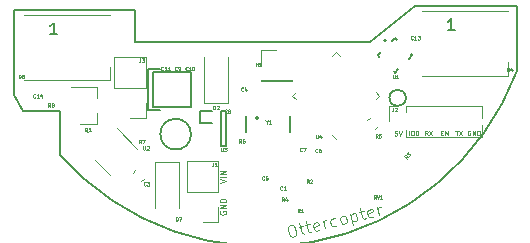
<source format=gbr>
%TF.GenerationSoftware,KiCad,Pcbnew,5.0.1*%
%TF.CreationDate,2018-11-18T21:12:45+01:00*%
%TF.ProjectId,lightball,6C6967687462616C6C2E6B696361645F,rev?*%
%TF.SameCoordinates,Original*%
%TF.FileFunction,Legend,Top*%
%TF.FilePolarity,Positive*%
%FSLAX46Y46*%
G04 Gerber Fmt 4.6, Leading zero omitted, Abs format (unit mm)*
G04 Created by KiCad (PCBNEW 5.0.1) date So 18 Nov 2018 21:12:45 CET*
%MOMM*%
%LPD*%
G01*
G04 APERTURE LIST*
%ADD10C,0.150000*%
%ADD11C,0.100000*%
%ADD12C,0.120000*%
%ADD13C,0.127000*%
%ADD14C,0.200000*%
%ADD15C,0.075000*%
G04 APERTURE END LIST*
D10*
X73975000Y-113550000D02*
X72575000Y-113550000D01*
X73975000Y-117200000D02*
X73975000Y-113550000D01*
D11*
X87550000Y-122005952D02*
X87526190Y-122053571D01*
X87526190Y-122125000D01*
X87550000Y-122196428D01*
X87597619Y-122244047D01*
X87645238Y-122267857D01*
X87740476Y-122291666D01*
X87811904Y-122291666D01*
X87907142Y-122267857D01*
X87954761Y-122244047D01*
X88002380Y-122196428D01*
X88026190Y-122125000D01*
X88026190Y-122077380D01*
X88002380Y-122005952D01*
X87978571Y-121982142D01*
X87811904Y-121982142D01*
X87811904Y-122077380D01*
X88026190Y-121767857D02*
X87526190Y-121767857D01*
X88026190Y-121482142D01*
X87526190Y-121482142D01*
X88026190Y-121244047D02*
X87526190Y-121244047D01*
X87526190Y-121125000D01*
X87550000Y-121053571D01*
X87597619Y-121005952D01*
X87645238Y-120982142D01*
X87740476Y-120958333D01*
X87811904Y-120958333D01*
X87907142Y-120982142D01*
X87954761Y-121005952D01*
X88002380Y-121053571D01*
X88026190Y-121125000D01*
X88026190Y-121244047D01*
X87551190Y-119622619D02*
X88051190Y-119455952D01*
X87551190Y-119289285D01*
X88051190Y-119122619D02*
X87551190Y-119122619D01*
X88051190Y-118884523D02*
X87551190Y-118884523D01*
X88051190Y-118598809D01*
X87551190Y-118598809D01*
X108720238Y-115200000D02*
X108682142Y-115180952D01*
X108625000Y-115180952D01*
X108567857Y-115200000D01*
X108529761Y-115238095D01*
X108510714Y-115276190D01*
X108491666Y-115352380D01*
X108491666Y-115409523D01*
X108510714Y-115485714D01*
X108529761Y-115523809D01*
X108567857Y-115561904D01*
X108625000Y-115580952D01*
X108663095Y-115580952D01*
X108720238Y-115561904D01*
X108739285Y-115542857D01*
X108739285Y-115409523D01*
X108663095Y-115409523D01*
X108910714Y-115580952D02*
X108910714Y-115180952D01*
X109139285Y-115580952D01*
X109139285Y-115180952D01*
X109329761Y-115580952D02*
X109329761Y-115180952D01*
X109425000Y-115180952D01*
X109482142Y-115200000D01*
X109520238Y-115238095D01*
X109539285Y-115276190D01*
X109558333Y-115352380D01*
X109558333Y-115409523D01*
X109539285Y-115485714D01*
X109520238Y-115523809D01*
X109482142Y-115561904D01*
X109425000Y-115580952D01*
X109329761Y-115580952D01*
X107445238Y-115180952D02*
X107673809Y-115180952D01*
X107559523Y-115580952D02*
X107559523Y-115180952D01*
X107769047Y-115180952D02*
X108035714Y-115580952D01*
X108035714Y-115180952D02*
X107769047Y-115580952D01*
X106204761Y-115371428D02*
X106338095Y-115371428D01*
X106395238Y-115580952D02*
X106204761Y-115580952D01*
X106204761Y-115180952D01*
X106395238Y-115180952D01*
X106566666Y-115580952D02*
X106566666Y-115180952D01*
X106795238Y-115580952D01*
X106795238Y-115180952D01*
X105108333Y-115580952D02*
X104975000Y-115390476D01*
X104879761Y-115580952D02*
X104879761Y-115180952D01*
X105032142Y-115180952D01*
X105070238Y-115200000D01*
X105089285Y-115219047D01*
X105108333Y-115257142D01*
X105108333Y-115314285D01*
X105089285Y-115352380D01*
X105070238Y-115371428D01*
X105032142Y-115390476D01*
X104879761Y-115390476D01*
X105241666Y-115180952D02*
X105508333Y-115580952D01*
X105508333Y-115180952D02*
X105241666Y-115580952D01*
X103500000Y-115580952D02*
X103500000Y-115180952D01*
X103766666Y-115180952D02*
X103842857Y-115180952D01*
X103880952Y-115200000D01*
X103919047Y-115238095D01*
X103938095Y-115314285D01*
X103938095Y-115447619D01*
X103919047Y-115523809D01*
X103880952Y-115561904D01*
X103842857Y-115580952D01*
X103766666Y-115580952D01*
X103728571Y-115561904D01*
X103690476Y-115523809D01*
X103671428Y-115447619D01*
X103671428Y-115314285D01*
X103690476Y-115238095D01*
X103728571Y-115200000D01*
X103766666Y-115180952D01*
X104185714Y-115180952D02*
X104223809Y-115180952D01*
X104261904Y-115200000D01*
X104280952Y-115219047D01*
X104300000Y-115257142D01*
X104319047Y-115333333D01*
X104319047Y-115428571D01*
X104300000Y-115504761D01*
X104280952Y-115542857D01*
X104261904Y-115561904D01*
X104223809Y-115580952D01*
X104185714Y-115580952D01*
X104147619Y-115561904D01*
X104128571Y-115542857D01*
X104109523Y-115504761D01*
X104090476Y-115428571D01*
X104090476Y-115333333D01*
X104109523Y-115257142D01*
X104128571Y-115219047D01*
X104147619Y-115200000D01*
X104185714Y-115180952D01*
X102523809Y-115205952D02*
X102333333Y-115205952D01*
X102314285Y-115396428D01*
X102333333Y-115377380D01*
X102371428Y-115358333D01*
X102466666Y-115358333D01*
X102504761Y-115377380D01*
X102523809Y-115396428D01*
X102542857Y-115434523D01*
X102542857Y-115529761D01*
X102523809Y-115567857D01*
X102504761Y-115586904D01*
X102466666Y-115605952D01*
X102371428Y-115605952D01*
X102333333Y-115586904D01*
X102314285Y-115567857D01*
X102657142Y-115205952D02*
X102790476Y-115605952D01*
X102923809Y-115205952D01*
X93417358Y-123178734D02*
X93602177Y-123132654D01*
X93706106Y-123155818D01*
X93821555Y-123225187D01*
X93913840Y-123398485D01*
X93994481Y-123721917D01*
X93994356Y-123918256D01*
X93924988Y-124033705D01*
X93844098Y-124102950D01*
X93659280Y-124149030D01*
X93555351Y-124125866D01*
X93439902Y-124056497D01*
X93347617Y-123883198D01*
X93266976Y-123559767D01*
X93267100Y-123363428D01*
X93336469Y-123247979D01*
X93417358Y-123178734D01*
X94191067Y-123329365D02*
X94560704Y-123237204D01*
X94249040Y-122971373D02*
X94456402Y-123803055D01*
X94525647Y-123883944D01*
X94629576Y-123907108D01*
X94721985Y-123884068D01*
X94745522Y-123191124D02*
X95115159Y-123098963D01*
X94803495Y-122833132D02*
X95010857Y-123664814D01*
X95080101Y-123745703D01*
X95184031Y-123768867D01*
X95276440Y-123745827D01*
X95957988Y-123526821D02*
X95877099Y-123596066D01*
X95692281Y-123642146D01*
X95588352Y-123618982D01*
X95519107Y-123538093D01*
X95426946Y-123168456D01*
X95450111Y-123064527D01*
X95531000Y-122995282D01*
X95715818Y-122949202D01*
X95819747Y-122972366D01*
X95888992Y-123053255D01*
X95912032Y-123145664D01*
X95473027Y-123353274D01*
X96431554Y-123457825D02*
X96270272Y-122810961D01*
X96316353Y-122995779D02*
X96339517Y-122891850D01*
X96374202Y-122834125D01*
X96455091Y-122764880D01*
X96547500Y-122741840D01*
X97436534Y-123158178D02*
X97355645Y-123227423D01*
X97170827Y-123273503D01*
X97066897Y-123250339D01*
X97009173Y-123215654D01*
X96939928Y-123134765D01*
X96870808Y-122857538D01*
X96893972Y-122753609D01*
X96928656Y-122695884D01*
X97009545Y-122626639D01*
X97194364Y-122580559D01*
X97298293Y-122603723D01*
X98002509Y-123066141D02*
X97898580Y-123042977D01*
X97840855Y-123008293D01*
X97771610Y-122927404D01*
X97702490Y-122650176D01*
X97725654Y-122546247D01*
X97760338Y-122488522D01*
X97841227Y-122419278D01*
X97979841Y-122384717D01*
X98083770Y-122407882D01*
X98141495Y-122442566D01*
X98210740Y-122523455D01*
X98279860Y-122800683D01*
X98256696Y-122904612D01*
X98222011Y-122962336D01*
X98141122Y-123031581D01*
X98002509Y-123066141D01*
X98580500Y-122234956D02*
X98822422Y-123205252D01*
X98592020Y-122281161D02*
X98672910Y-122211916D01*
X98857728Y-122165836D01*
X98961657Y-122189000D01*
X99019382Y-122223684D01*
X99088626Y-122304574D01*
X99157747Y-122581801D01*
X99134583Y-122685730D01*
X99099898Y-122743455D01*
X99019009Y-122812699D01*
X98834191Y-122858780D01*
X98730262Y-122835615D01*
X99319773Y-122050635D02*
X99689410Y-121958474D01*
X99377746Y-121692643D02*
X99585108Y-122524325D01*
X99654353Y-122605214D01*
X99758282Y-122628378D01*
X99850691Y-122605338D01*
X100532239Y-122386332D02*
X100451350Y-122455577D01*
X100266532Y-122501657D01*
X100162603Y-122478493D01*
X100093358Y-122397604D01*
X100001197Y-122027967D01*
X100024362Y-121924038D01*
X100105251Y-121854793D01*
X100290069Y-121808713D01*
X100393998Y-121831877D01*
X100463243Y-121912766D01*
X100486283Y-122005175D01*
X100047278Y-122212785D01*
X101005805Y-122317336D02*
X100844524Y-121670472D01*
X100890604Y-121855290D02*
X100913769Y-121751361D01*
X100948453Y-121693636D01*
X101029342Y-121624391D01*
X101121751Y-121601351D01*
D10*
X112660414Y-110153935D02*
G75*
G02X73975000Y-117200000I-21460414J8103935D01*
G01*
X112675000Y-104650000D02*
X112663015Y-110154914D01*
X104050000Y-104650000D02*
X112675000Y-104650000D01*
X100250000Y-107650000D02*
X104050000Y-104650000D01*
X80300000Y-107650000D02*
X100250000Y-107650000D01*
X80300000Y-105000000D02*
X80300000Y-107650000D01*
X70050000Y-105000000D02*
X80300000Y-105000000D01*
X70050000Y-112150000D02*
X70050000Y-105000000D01*
X70850000Y-113550000D02*
X70050000Y-112150000D01*
X72575000Y-113550000D02*
X70850000Y-113550000D01*
X103275000Y-112400000D02*
G75*
G03X103275000Y-112400000I-700000J0D01*
G01*
X85075000Y-115475000D02*
G75*
G03X85075000Y-115475000I-1300000J0D01*
G01*
D12*
X99974273Y-114304478D02*
X100204478Y-114074273D01*
X100695522Y-115025727D02*
X100925727Y-114795522D01*
X90970000Y-110980000D02*
X93630000Y-110980000D01*
X90970000Y-110920000D02*
X90970000Y-110980000D01*
X93630000Y-110920000D02*
X93630000Y-110980000D01*
X90970000Y-110920000D02*
X93630000Y-110920000D01*
X90970000Y-109650000D02*
X90970000Y-108320000D01*
X90970000Y-108320000D02*
X92300000Y-108320000D01*
X81230000Y-114130000D02*
X79900000Y-114130000D01*
X81230000Y-112800000D02*
X81230000Y-114130000D01*
X81230000Y-111530000D02*
X78570000Y-111530000D01*
X78570000Y-111530000D02*
X78570000Y-108930000D01*
X81230000Y-111530000D02*
X81230000Y-108930000D01*
X81230000Y-108930000D02*
X78570000Y-108930000D01*
X87380000Y-117730000D02*
X84720000Y-117730000D01*
X87380000Y-120330000D02*
X87380000Y-117730000D01*
X84720000Y-120330000D02*
X84720000Y-117730000D01*
X87380000Y-120330000D02*
X84720000Y-120330000D01*
X87380000Y-121600000D02*
X87380000Y-122930000D01*
X87380000Y-122930000D02*
X86050000Y-122930000D01*
X84050000Y-117800000D02*
X82050000Y-117800000D01*
X82050000Y-117800000D02*
X82050000Y-121700000D01*
X84050000Y-117800000D02*
X84050000Y-121700000D01*
X86200000Y-112850000D02*
X86200000Y-108950000D01*
X88200000Y-112850000D02*
X88200000Y-108950000D01*
X86200000Y-112850000D02*
X88200000Y-112850000D01*
D13*
X101020639Y-108927279D02*
X100893360Y-108800000D01*
X100893360Y-108800000D02*
X101176203Y-108517157D01*
X102067157Y-107626203D02*
X102350000Y-107343360D01*
X102350000Y-107343360D02*
X102477279Y-107470639D01*
X103679361Y-108672721D02*
X103806640Y-108800000D01*
X103806640Y-108800000D02*
X103523797Y-109082843D01*
X102222721Y-110129361D02*
X102350000Y-110256640D01*
X102350000Y-110256640D02*
X102632843Y-109973797D01*
D14*
X101601472Y-107527208D02*
G75*
G03X101601472Y-107527208I-100000J0D01*
G01*
D12*
X81075727Y-119245522D02*
X80845522Y-119475727D01*
X80354478Y-118524273D02*
X80124273Y-118754478D01*
X103275000Y-115730000D02*
X103275000Y-115160000D01*
X103275000Y-113640000D02*
X103275000Y-113070000D01*
X103275000Y-115730000D02*
X109685000Y-115730000D01*
X109685000Y-115730000D02*
X109685000Y-114707530D01*
X109685000Y-114092470D02*
X109685000Y-113070000D01*
X103275000Y-113070000D02*
X109685000Y-113070000D01*
X101880000Y-113070000D02*
X102640000Y-113070000D01*
X101880000Y-114400000D02*
X101880000Y-113070000D01*
X70950000Y-105399930D02*
X78250000Y-105399930D01*
X70950000Y-110899930D02*
X78250000Y-110899930D01*
X78250000Y-110899930D02*
X78250000Y-109749930D01*
X104600000Y-105050000D02*
X111900000Y-105050000D01*
X104600000Y-110550000D02*
X111900000Y-110550000D01*
X111900000Y-110550000D02*
X111900000Y-109400000D01*
X93987240Y-112539860D02*
X93651365Y-112203984D01*
X93651365Y-112203984D02*
X93987240Y-111868108D01*
X100697684Y-111868108D02*
X101033559Y-112203984D01*
X101033559Y-112203984D02*
X100697684Y-112539860D01*
X97678338Y-108848762D02*
X97342462Y-108512887D01*
X97342462Y-108512887D02*
X97006586Y-108848762D01*
X97006586Y-115559206D02*
X97342462Y-115895081D01*
X77110000Y-114630000D02*
X77110000Y-113700000D01*
X77110000Y-111470000D02*
X77110000Y-112400000D01*
X77110000Y-111470000D02*
X74950000Y-111470000D01*
X77110000Y-114630000D02*
X75650000Y-114630000D01*
X76975593Y-117695980D02*
X78248385Y-118968772D01*
X80525269Y-116691888D02*
X78792857Y-114959477D01*
D10*
X93449120Y-113898960D02*
X93449120Y-115301040D01*
X89750880Y-115301040D02*
X89750880Y-113898960D01*
X90791939Y-114099620D02*
G75*
G03X90791939Y-114099620I-141899J0D01*
G01*
X81450000Y-113450000D02*
X82450000Y-113450000D01*
X81450000Y-109950000D02*
X81450000Y-113450000D01*
X82450000Y-109950000D02*
X81450000Y-109950000D01*
X81850000Y-110200000D02*
X81850000Y-113200000D01*
X85050000Y-110200000D02*
X81850000Y-110200000D01*
X85050000Y-113200000D02*
X85050000Y-110200000D01*
X81850000Y-113200000D02*
X85050000Y-113200000D01*
X85825000Y-114500000D02*
X86825000Y-114500000D01*
X85825000Y-113500000D02*
X85825000Y-114500000D01*
X86825000Y-113500000D02*
X85825000Y-113500000D01*
X88075000Y-113550000D02*
X87575000Y-113550000D01*
X88075000Y-116450000D02*
X88075000Y-113550000D01*
X87575000Y-116450000D02*
X88075000Y-116450000D01*
X87575000Y-113550000D02*
X87575000Y-116450000D01*
D15*
X92800000Y-120162142D02*
X92785714Y-120176428D01*
X92742857Y-120190714D01*
X92714285Y-120190714D01*
X92671428Y-120176428D01*
X92642857Y-120147857D01*
X92628571Y-120119285D01*
X92614285Y-120062142D01*
X92614285Y-120019285D01*
X92628571Y-119962142D01*
X92642857Y-119933571D01*
X92671428Y-119905000D01*
X92714285Y-119890714D01*
X92742857Y-119890714D01*
X92785714Y-119905000D01*
X92800000Y-119919285D01*
X93085714Y-120190714D02*
X92914285Y-120190714D01*
X93000000Y-120190714D02*
X93000000Y-119890714D01*
X92971428Y-119933571D01*
X92942857Y-119962142D01*
X92914285Y-119976428D01*
X100875000Y-115760714D02*
X100775000Y-115617857D01*
X100703571Y-115760714D02*
X100703571Y-115460714D01*
X100817857Y-115460714D01*
X100846428Y-115475000D01*
X100860714Y-115489285D01*
X100875000Y-115517857D01*
X100875000Y-115560714D01*
X100860714Y-115589285D01*
X100846428Y-115603571D01*
X100817857Y-115617857D01*
X100703571Y-115617857D01*
X101146428Y-115460714D02*
X101003571Y-115460714D01*
X100989285Y-115603571D01*
X101003571Y-115589285D01*
X101032142Y-115575000D01*
X101103571Y-115575000D01*
X101132142Y-115589285D01*
X101146428Y-115603571D01*
X101160714Y-115632142D01*
X101160714Y-115703571D01*
X101146428Y-115732142D01*
X101132142Y-115746428D01*
X101103571Y-115760714D01*
X101032142Y-115760714D01*
X101003571Y-115746428D01*
X100989285Y-115732142D01*
X91275000Y-119307142D02*
X91260714Y-119321428D01*
X91217857Y-119335714D01*
X91189285Y-119335714D01*
X91146428Y-119321428D01*
X91117857Y-119292857D01*
X91103571Y-119264285D01*
X91089285Y-119207142D01*
X91089285Y-119164285D01*
X91103571Y-119107142D01*
X91117857Y-119078571D01*
X91146428Y-119050000D01*
X91189285Y-119035714D01*
X91217857Y-119035714D01*
X91260714Y-119050000D01*
X91275000Y-119064285D01*
X91546428Y-119035714D02*
X91403571Y-119035714D01*
X91389285Y-119178571D01*
X91403571Y-119164285D01*
X91432142Y-119150000D01*
X91503571Y-119150000D01*
X91532142Y-119164285D01*
X91546428Y-119178571D01*
X91560714Y-119207142D01*
X91560714Y-119278571D01*
X91546428Y-119307142D01*
X91532142Y-119321428D01*
X91503571Y-119335714D01*
X91432142Y-119335714D01*
X91403571Y-119321428D01*
X91389285Y-119307142D01*
X89500000Y-111782142D02*
X89485714Y-111796428D01*
X89442857Y-111810714D01*
X89414285Y-111810714D01*
X89371428Y-111796428D01*
X89342857Y-111767857D01*
X89328571Y-111739285D01*
X89314285Y-111682142D01*
X89314285Y-111639285D01*
X89328571Y-111582142D01*
X89342857Y-111553571D01*
X89371428Y-111525000D01*
X89414285Y-111510714D01*
X89442857Y-111510714D01*
X89485714Y-111525000D01*
X89500000Y-111539285D01*
X89757142Y-111610714D02*
X89757142Y-111810714D01*
X89685714Y-111496428D02*
X89614285Y-111710714D01*
X89800000Y-111710714D01*
X90546428Y-109710714D02*
X90546428Y-109410714D01*
X90546428Y-109553571D02*
X90717857Y-109553571D01*
X90717857Y-109710714D02*
X90717857Y-109410714D01*
X91017857Y-109710714D02*
X90846428Y-109710714D01*
X90932142Y-109710714D02*
X90932142Y-109410714D01*
X90903571Y-109453571D01*
X90875000Y-109482142D01*
X90846428Y-109496428D01*
X100721428Y-120935714D02*
X100621428Y-120792857D01*
X100550000Y-120935714D02*
X100550000Y-120635714D01*
X100664285Y-120635714D01*
X100692857Y-120650000D01*
X100707142Y-120664285D01*
X100721428Y-120692857D01*
X100721428Y-120735714D01*
X100707142Y-120764285D01*
X100692857Y-120778571D01*
X100664285Y-120792857D01*
X100550000Y-120792857D01*
X100807142Y-120635714D02*
X100907142Y-120935714D01*
X101007142Y-120635714D01*
X101264285Y-120935714D02*
X101092857Y-120935714D01*
X101178571Y-120935714D02*
X101178571Y-120635714D01*
X101150000Y-120678571D01*
X101121428Y-120707142D01*
X101092857Y-120721428D01*
X80800000Y-109060714D02*
X80800000Y-109275000D01*
X80785714Y-109317857D01*
X80757142Y-109346428D01*
X80714285Y-109360714D01*
X80685714Y-109360714D01*
X80914285Y-109060714D02*
X81100000Y-109060714D01*
X81000000Y-109175000D01*
X81042857Y-109175000D01*
X81071428Y-109189285D01*
X81085714Y-109203571D01*
X81100000Y-109232142D01*
X81100000Y-109303571D01*
X81085714Y-109332142D01*
X81071428Y-109346428D01*
X81042857Y-109360714D01*
X80957142Y-109360714D01*
X80928571Y-109346428D01*
X80914285Y-109332142D01*
X86950000Y-117885714D02*
X86950000Y-118100000D01*
X86935714Y-118142857D01*
X86907142Y-118171428D01*
X86864285Y-118185714D01*
X86835714Y-118185714D01*
X87250000Y-118185714D02*
X87078571Y-118185714D01*
X87164285Y-118185714D02*
X87164285Y-117885714D01*
X87135714Y-117928571D01*
X87107142Y-117957142D01*
X87078571Y-117971428D01*
X83778571Y-122785714D02*
X83778571Y-122485714D01*
X83850000Y-122485714D01*
X83892857Y-122500000D01*
X83921428Y-122528571D01*
X83935714Y-122557142D01*
X83950000Y-122614285D01*
X83950000Y-122657142D01*
X83935714Y-122714285D01*
X83921428Y-122742857D01*
X83892857Y-122771428D01*
X83850000Y-122785714D01*
X83778571Y-122785714D01*
X84050000Y-122485714D02*
X84250000Y-122485714D01*
X84121428Y-122785714D01*
X86978571Y-113360714D02*
X86978571Y-113060714D01*
X87050000Y-113060714D01*
X87092857Y-113075000D01*
X87121428Y-113103571D01*
X87135714Y-113132142D01*
X87150000Y-113189285D01*
X87150000Y-113232142D01*
X87135714Y-113289285D01*
X87121428Y-113317857D01*
X87092857Y-113346428D01*
X87050000Y-113360714D01*
X86978571Y-113360714D01*
X87264285Y-113089285D02*
X87278571Y-113075000D01*
X87307142Y-113060714D01*
X87378571Y-113060714D01*
X87407142Y-113075000D01*
X87421428Y-113089285D01*
X87435714Y-113117857D01*
X87435714Y-113146428D01*
X87421428Y-113189285D01*
X87250000Y-113360714D01*
X87435714Y-113360714D01*
X102171428Y-110460714D02*
X102171428Y-110703571D01*
X102185714Y-110732142D01*
X102200000Y-110746428D01*
X102228571Y-110760714D01*
X102285714Y-110760714D01*
X102314285Y-110746428D01*
X102328571Y-110732142D01*
X102342857Y-110703571D01*
X102342857Y-110460714D01*
X102642857Y-110760714D02*
X102471428Y-110760714D01*
X102557142Y-110760714D02*
X102557142Y-110460714D01*
X102528571Y-110503571D01*
X102500000Y-110532142D01*
X102471428Y-110546428D01*
X71882142Y-112357142D02*
X71867857Y-112371428D01*
X71825000Y-112385714D01*
X71796428Y-112385714D01*
X71753571Y-112371428D01*
X71725000Y-112342857D01*
X71710714Y-112314285D01*
X71696428Y-112257142D01*
X71696428Y-112214285D01*
X71710714Y-112157142D01*
X71725000Y-112128571D01*
X71753571Y-112100000D01*
X71796428Y-112085714D01*
X71825000Y-112085714D01*
X71867857Y-112100000D01*
X71882142Y-112114285D01*
X72167857Y-112385714D02*
X71996428Y-112385714D01*
X72082142Y-112385714D02*
X72082142Y-112085714D01*
X72053571Y-112128571D01*
X72025000Y-112157142D01*
X71996428Y-112171428D01*
X72425000Y-112185714D02*
X72425000Y-112385714D01*
X72353571Y-112071428D02*
X72282142Y-112285714D01*
X72467857Y-112285714D01*
X82732142Y-110032142D02*
X82717857Y-110046428D01*
X82675000Y-110060714D01*
X82646428Y-110060714D01*
X82603571Y-110046428D01*
X82575000Y-110017857D01*
X82560714Y-109989285D01*
X82546428Y-109932142D01*
X82546428Y-109889285D01*
X82560714Y-109832142D01*
X82575000Y-109803571D01*
X82603571Y-109775000D01*
X82646428Y-109760714D01*
X82675000Y-109760714D01*
X82717857Y-109775000D01*
X82732142Y-109789285D01*
X83017857Y-110060714D02*
X82846428Y-110060714D01*
X82932142Y-110060714D02*
X82932142Y-109760714D01*
X82903571Y-109803571D01*
X82875000Y-109832142D01*
X82846428Y-109846428D01*
X83303571Y-110060714D02*
X83132142Y-110060714D01*
X83217857Y-110060714D02*
X83217857Y-109760714D01*
X83189285Y-109803571D01*
X83160714Y-109832142D01*
X83132142Y-109846428D01*
X84782142Y-110032142D02*
X84767857Y-110046428D01*
X84725000Y-110060714D01*
X84696428Y-110060714D01*
X84653571Y-110046428D01*
X84625000Y-110017857D01*
X84610714Y-109989285D01*
X84596428Y-109932142D01*
X84596428Y-109889285D01*
X84610714Y-109832142D01*
X84625000Y-109803571D01*
X84653571Y-109775000D01*
X84696428Y-109760714D01*
X84725000Y-109760714D01*
X84767857Y-109775000D01*
X84782142Y-109789285D01*
X85067857Y-110060714D02*
X84896428Y-110060714D01*
X84982142Y-110060714D02*
X84982142Y-109760714D01*
X84953571Y-109803571D01*
X84925000Y-109832142D01*
X84896428Y-109846428D01*
X85253571Y-109760714D02*
X85282142Y-109760714D01*
X85310714Y-109775000D01*
X85325000Y-109789285D01*
X85339285Y-109817857D01*
X85353571Y-109875000D01*
X85353571Y-109946428D01*
X85339285Y-110003571D01*
X85325000Y-110032142D01*
X85310714Y-110046428D01*
X85282142Y-110060714D01*
X85253571Y-110060714D01*
X85225000Y-110046428D01*
X85210714Y-110032142D01*
X85196428Y-110003571D01*
X85182142Y-109946428D01*
X85182142Y-109875000D01*
X85196428Y-109817857D01*
X85210714Y-109789285D01*
X85225000Y-109775000D01*
X85253571Y-109760714D01*
X83900000Y-110032142D02*
X83885714Y-110046428D01*
X83842857Y-110060714D01*
X83814285Y-110060714D01*
X83771428Y-110046428D01*
X83742857Y-110017857D01*
X83728571Y-109989285D01*
X83714285Y-109932142D01*
X83714285Y-109889285D01*
X83728571Y-109832142D01*
X83742857Y-109803571D01*
X83771428Y-109775000D01*
X83814285Y-109760714D01*
X83842857Y-109760714D01*
X83885714Y-109775000D01*
X83900000Y-109789285D01*
X84042857Y-110060714D02*
X84100000Y-110060714D01*
X84128571Y-110046428D01*
X84142857Y-110032142D01*
X84171428Y-109989285D01*
X84185714Y-109932142D01*
X84185714Y-109817857D01*
X84171428Y-109789285D01*
X84157142Y-109775000D01*
X84128571Y-109760714D01*
X84071428Y-109760714D01*
X84042857Y-109775000D01*
X84028571Y-109789285D01*
X84014285Y-109817857D01*
X84014285Y-109889285D01*
X84028571Y-109917857D01*
X84042857Y-109932142D01*
X84071428Y-109946428D01*
X84128571Y-109946428D01*
X84157142Y-109932142D01*
X84171428Y-109917857D01*
X84185714Y-109889285D01*
X88100000Y-113647142D02*
X88085714Y-113661428D01*
X88042857Y-113675714D01*
X88014285Y-113675714D01*
X87971428Y-113661428D01*
X87942857Y-113632857D01*
X87928571Y-113604285D01*
X87914285Y-113547142D01*
X87914285Y-113504285D01*
X87928571Y-113447142D01*
X87942857Y-113418571D01*
X87971428Y-113390000D01*
X88014285Y-113375714D01*
X88042857Y-113375714D01*
X88085714Y-113390000D01*
X88100000Y-113404285D01*
X88271428Y-113504285D02*
X88242857Y-113490000D01*
X88228571Y-113475714D01*
X88214285Y-113447142D01*
X88214285Y-113432857D01*
X88228571Y-113404285D01*
X88242857Y-113390000D01*
X88271428Y-113375714D01*
X88328571Y-113375714D01*
X88357142Y-113390000D01*
X88371428Y-113404285D01*
X88385714Y-113432857D01*
X88385714Y-113447142D01*
X88371428Y-113475714D01*
X88357142Y-113490000D01*
X88328571Y-113504285D01*
X88271428Y-113504285D01*
X88242857Y-113518571D01*
X88228571Y-113532857D01*
X88214285Y-113561428D01*
X88214285Y-113618571D01*
X88228571Y-113647142D01*
X88242857Y-113661428D01*
X88271428Y-113675714D01*
X88328571Y-113675714D01*
X88357142Y-113661428D01*
X88371428Y-113647142D01*
X88385714Y-113618571D01*
X88385714Y-113561428D01*
X88371428Y-113532857D01*
X88357142Y-113518571D01*
X88328571Y-113504285D01*
X94475000Y-116882142D02*
X94460714Y-116896428D01*
X94417857Y-116910714D01*
X94389285Y-116910714D01*
X94346428Y-116896428D01*
X94317857Y-116867857D01*
X94303571Y-116839285D01*
X94289285Y-116782142D01*
X94289285Y-116739285D01*
X94303571Y-116682142D01*
X94317857Y-116653571D01*
X94346428Y-116625000D01*
X94389285Y-116610714D01*
X94417857Y-116610714D01*
X94460714Y-116625000D01*
X94475000Y-116639285D01*
X94575000Y-116610714D02*
X94775000Y-116610714D01*
X94646428Y-116910714D01*
X95775000Y-116982142D02*
X95760714Y-116996428D01*
X95717857Y-117010714D01*
X95689285Y-117010714D01*
X95646428Y-116996428D01*
X95617857Y-116967857D01*
X95603571Y-116939285D01*
X95589285Y-116882142D01*
X95589285Y-116839285D01*
X95603571Y-116782142D01*
X95617857Y-116753571D01*
X95646428Y-116725000D01*
X95689285Y-116710714D01*
X95717857Y-116710714D01*
X95760714Y-116725000D01*
X95775000Y-116739285D01*
X96032142Y-116710714D02*
X95975000Y-116710714D01*
X95946428Y-116725000D01*
X95932142Y-116739285D01*
X95903571Y-116782142D01*
X95889285Y-116839285D01*
X95889285Y-116953571D01*
X95903571Y-116982142D01*
X95917857Y-116996428D01*
X95946428Y-117010714D01*
X96003571Y-117010714D01*
X96032142Y-116996428D01*
X96046428Y-116982142D01*
X96060714Y-116953571D01*
X96060714Y-116882142D01*
X96046428Y-116853571D01*
X96032142Y-116839285D01*
X96003571Y-116825000D01*
X95946428Y-116825000D01*
X95917857Y-116839285D01*
X95903571Y-116853571D01*
X95889285Y-116882142D01*
X103882142Y-107432142D02*
X103867857Y-107446428D01*
X103825000Y-107460714D01*
X103796428Y-107460714D01*
X103753571Y-107446428D01*
X103725000Y-107417857D01*
X103710714Y-107389285D01*
X103696428Y-107332142D01*
X103696428Y-107289285D01*
X103710714Y-107232142D01*
X103725000Y-107203571D01*
X103753571Y-107175000D01*
X103796428Y-107160714D01*
X103825000Y-107160714D01*
X103867857Y-107175000D01*
X103882142Y-107189285D01*
X104167857Y-107460714D02*
X103996428Y-107460714D01*
X104082142Y-107460714D02*
X104082142Y-107160714D01*
X104053571Y-107203571D01*
X104025000Y-107232142D01*
X103996428Y-107246428D01*
X104267857Y-107160714D02*
X104453571Y-107160714D01*
X104353571Y-107275000D01*
X104396428Y-107275000D01*
X104425000Y-107289285D01*
X104439285Y-107303571D01*
X104453571Y-107332142D01*
X104453571Y-107403571D01*
X104439285Y-107432142D01*
X104425000Y-107446428D01*
X104396428Y-107460714D01*
X104310714Y-107460714D01*
X104282142Y-107446428D01*
X104267857Y-107432142D01*
X81250000Y-119807142D02*
X81235714Y-119821428D01*
X81192857Y-119835714D01*
X81164285Y-119835714D01*
X81121428Y-119821428D01*
X81092857Y-119792857D01*
X81078571Y-119764285D01*
X81064285Y-119707142D01*
X81064285Y-119664285D01*
X81078571Y-119607142D01*
X81092857Y-119578571D01*
X81121428Y-119550000D01*
X81164285Y-119535714D01*
X81192857Y-119535714D01*
X81235714Y-119550000D01*
X81250000Y-119564285D01*
X81350000Y-119535714D02*
X81535714Y-119535714D01*
X81435714Y-119650000D01*
X81478571Y-119650000D01*
X81507142Y-119664285D01*
X81521428Y-119678571D01*
X81535714Y-119707142D01*
X81535714Y-119778571D01*
X81521428Y-119807142D01*
X81507142Y-119821428D01*
X81478571Y-119835714D01*
X81392857Y-119835714D01*
X81364285Y-119821428D01*
X81350000Y-119807142D01*
X102200000Y-113235714D02*
X102200000Y-113450000D01*
X102185714Y-113492857D01*
X102157142Y-113521428D01*
X102114285Y-113535714D01*
X102085714Y-113535714D01*
X102328571Y-113264285D02*
X102342857Y-113250000D01*
X102371428Y-113235714D01*
X102442857Y-113235714D01*
X102471428Y-113250000D01*
X102485714Y-113264285D01*
X102500000Y-113292857D01*
X102500000Y-113321428D01*
X102485714Y-113364285D01*
X102314285Y-113535714D01*
X102500000Y-113535714D01*
X70478571Y-110735714D02*
X70478571Y-110435714D01*
X70550000Y-110435714D01*
X70592857Y-110450000D01*
X70621428Y-110478571D01*
X70635714Y-110507142D01*
X70650000Y-110564285D01*
X70650000Y-110607142D01*
X70635714Y-110664285D01*
X70621428Y-110692857D01*
X70592857Y-110721428D01*
X70550000Y-110735714D01*
X70478571Y-110735714D01*
X70907142Y-110435714D02*
X70850000Y-110435714D01*
X70821428Y-110450000D01*
X70807142Y-110464285D01*
X70778571Y-110507142D01*
X70764285Y-110564285D01*
X70764285Y-110678571D01*
X70778571Y-110707142D01*
X70792857Y-110721428D01*
X70821428Y-110735714D01*
X70878571Y-110735714D01*
X70907142Y-110721428D01*
X70921428Y-110707142D01*
X70935714Y-110678571D01*
X70935714Y-110607142D01*
X70921428Y-110578571D01*
X70907142Y-110564285D01*
X70878571Y-110550000D01*
X70821428Y-110550000D01*
X70792857Y-110564285D01*
X70778571Y-110578571D01*
X70764285Y-110607142D01*
D10*
X73735714Y-107027380D02*
X73164285Y-107027380D01*
X73450000Y-107027380D02*
X73450000Y-106027380D01*
X73354761Y-106170238D01*
X73259523Y-106265476D01*
X73164285Y-106313095D01*
D15*
X111828571Y-110160714D02*
X111828571Y-109860714D01*
X111900000Y-109860714D01*
X111942857Y-109875000D01*
X111971428Y-109903571D01*
X111985714Y-109932142D01*
X112000000Y-109989285D01*
X112000000Y-110032142D01*
X111985714Y-110089285D01*
X111971428Y-110117857D01*
X111942857Y-110146428D01*
X111900000Y-110160714D01*
X111828571Y-110160714D01*
X112257142Y-109960714D02*
X112257142Y-110160714D01*
X112185714Y-109846428D02*
X112114285Y-110060714D01*
X112300000Y-110060714D01*
D10*
X107410714Y-106677380D02*
X106839285Y-106677380D01*
X107125000Y-106677380D02*
X107125000Y-105677380D01*
X107029761Y-105820238D01*
X106934523Y-105915476D01*
X106839285Y-105963095D01*
D15*
X95646428Y-115535714D02*
X95646428Y-115778571D01*
X95660714Y-115807142D01*
X95675000Y-115821428D01*
X95703571Y-115835714D01*
X95760714Y-115835714D01*
X95789285Y-115821428D01*
X95803571Y-115807142D01*
X95817857Y-115778571D01*
X95817857Y-115535714D01*
X96089285Y-115635714D02*
X96089285Y-115835714D01*
X96017857Y-115521428D02*
X95946428Y-115735714D01*
X96132142Y-115735714D01*
X76321428Y-115264285D02*
X76292857Y-115250000D01*
X76264285Y-115221428D01*
X76221428Y-115178571D01*
X76192857Y-115164285D01*
X76164285Y-115164285D01*
X76178571Y-115235714D02*
X76150000Y-115221428D01*
X76121428Y-115192857D01*
X76107142Y-115135714D01*
X76107142Y-115035714D01*
X76121428Y-114978571D01*
X76150000Y-114950000D01*
X76178571Y-114935714D01*
X76235714Y-114935714D01*
X76264285Y-114950000D01*
X76292857Y-114978571D01*
X76307142Y-115035714D01*
X76307142Y-115135714D01*
X76292857Y-115192857D01*
X76264285Y-115221428D01*
X76235714Y-115235714D01*
X76178571Y-115235714D01*
X76592857Y-115235714D02*
X76421428Y-115235714D01*
X76507142Y-115235714D02*
X76507142Y-114935714D01*
X76478571Y-114978571D01*
X76450000Y-115007142D01*
X76421428Y-115021428D01*
X81021428Y-116485714D02*
X81021428Y-116728571D01*
X81035714Y-116757142D01*
X81050000Y-116771428D01*
X81078571Y-116785714D01*
X81135714Y-116785714D01*
X81164285Y-116771428D01*
X81178571Y-116757142D01*
X81192857Y-116728571D01*
X81192857Y-116485714D01*
X81321428Y-116514285D02*
X81335714Y-116500000D01*
X81364285Y-116485714D01*
X81435714Y-116485714D01*
X81464285Y-116500000D01*
X81478571Y-116514285D01*
X81492857Y-116542857D01*
X81492857Y-116571428D01*
X81478571Y-116614285D01*
X81307142Y-116785714D01*
X81492857Y-116785714D01*
X94275000Y-122085714D02*
X94175000Y-121942857D01*
X94103571Y-122085714D02*
X94103571Y-121785714D01*
X94217857Y-121785714D01*
X94246428Y-121800000D01*
X94260714Y-121814285D01*
X94275000Y-121842857D01*
X94275000Y-121885714D01*
X94260714Y-121914285D01*
X94246428Y-121928571D01*
X94217857Y-121942857D01*
X94103571Y-121942857D01*
X94560714Y-122085714D02*
X94389285Y-122085714D01*
X94475000Y-122085714D02*
X94475000Y-121785714D01*
X94446428Y-121828571D01*
X94417857Y-121857142D01*
X94389285Y-121871428D01*
X95050000Y-119610714D02*
X94950000Y-119467857D01*
X94878571Y-119610714D02*
X94878571Y-119310714D01*
X94992857Y-119310714D01*
X95021428Y-119325000D01*
X95035714Y-119339285D01*
X95050000Y-119367857D01*
X95050000Y-119410714D01*
X95035714Y-119439285D01*
X95021428Y-119453571D01*
X94992857Y-119467857D01*
X94878571Y-119467857D01*
X95164285Y-119339285D02*
X95178571Y-119325000D01*
X95207142Y-119310714D01*
X95278571Y-119310714D01*
X95307142Y-119325000D01*
X95321428Y-119339285D01*
X95335714Y-119367857D01*
X95335714Y-119396428D01*
X95321428Y-119439285D01*
X95150000Y-119610714D01*
X95335714Y-119610714D01*
X103473997Y-117434657D02*
X103302271Y-117404353D01*
X103352778Y-117555876D02*
X103140646Y-117343744D01*
X103221459Y-117262931D01*
X103251763Y-117252830D01*
X103271966Y-117252830D01*
X103302271Y-117262931D01*
X103332575Y-117293236D01*
X103342677Y-117323541D01*
X103342677Y-117343744D01*
X103332575Y-117374048D01*
X103251763Y-117454860D01*
X103332575Y-117151815D02*
X103463895Y-117020495D01*
X103473997Y-117172018D01*
X103504301Y-117141713D01*
X103534606Y-117131612D01*
X103554809Y-117131612D01*
X103585113Y-117141713D01*
X103635621Y-117192221D01*
X103645723Y-117222525D01*
X103645723Y-117242728D01*
X103635621Y-117273033D01*
X103575012Y-117333642D01*
X103544707Y-117343744D01*
X103524504Y-117343744D01*
X92950000Y-121135714D02*
X92850000Y-120992857D01*
X92778571Y-121135714D02*
X92778571Y-120835714D01*
X92892857Y-120835714D01*
X92921428Y-120850000D01*
X92935714Y-120864285D01*
X92950000Y-120892857D01*
X92950000Y-120935714D01*
X92935714Y-120964285D01*
X92921428Y-120978571D01*
X92892857Y-120992857D01*
X92778571Y-120992857D01*
X93207142Y-120935714D02*
X93207142Y-121135714D01*
X93135714Y-120821428D02*
X93064285Y-121035714D01*
X93250000Y-121035714D01*
X89325000Y-116210714D02*
X89225000Y-116067857D01*
X89153571Y-116210714D02*
X89153571Y-115910714D01*
X89267857Y-115910714D01*
X89296428Y-115925000D01*
X89310714Y-115939285D01*
X89325000Y-115967857D01*
X89325000Y-116010714D01*
X89310714Y-116039285D01*
X89296428Y-116053571D01*
X89267857Y-116067857D01*
X89153571Y-116067857D01*
X89582142Y-115910714D02*
X89525000Y-115910714D01*
X89496428Y-115925000D01*
X89482142Y-115939285D01*
X89453571Y-115982142D01*
X89439285Y-116039285D01*
X89439285Y-116153571D01*
X89453571Y-116182142D01*
X89467857Y-116196428D01*
X89496428Y-116210714D01*
X89553571Y-116210714D01*
X89582142Y-116196428D01*
X89596428Y-116182142D01*
X89610714Y-116153571D01*
X89610714Y-116082142D01*
X89596428Y-116053571D01*
X89582142Y-116039285D01*
X89553571Y-116025000D01*
X89496428Y-116025000D01*
X89467857Y-116039285D01*
X89453571Y-116053571D01*
X89439285Y-116082142D01*
X80850000Y-116260714D02*
X80750000Y-116117857D01*
X80678571Y-116260714D02*
X80678571Y-115960714D01*
X80792857Y-115960714D01*
X80821428Y-115975000D01*
X80835714Y-115989285D01*
X80850000Y-116017857D01*
X80850000Y-116060714D01*
X80835714Y-116089285D01*
X80821428Y-116103571D01*
X80792857Y-116117857D01*
X80678571Y-116117857D01*
X80950000Y-115960714D02*
X81150000Y-115960714D01*
X81021428Y-116260714D01*
X73175000Y-113160714D02*
X73075000Y-113017857D01*
X73003571Y-113160714D02*
X73003571Y-112860714D01*
X73117857Y-112860714D01*
X73146428Y-112875000D01*
X73160714Y-112889285D01*
X73175000Y-112917857D01*
X73175000Y-112960714D01*
X73160714Y-112989285D01*
X73146428Y-113003571D01*
X73117857Y-113017857D01*
X73003571Y-113017857D01*
X73346428Y-112989285D02*
X73317857Y-112975000D01*
X73303571Y-112960714D01*
X73289285Y-112932142D01*
X73289285Y-112917857D01*
X73303571Y-112889285D01*
X73317857Y-112875000D01*
X73346428Y-112860714D01*
X73403571Y-112860714D01*
X73432142Y-112875000D01*
X73446428Y-112889285D01*
X73460714Y-112917857D01*
X73460714Y-112932142D01*
X73446428Y-112960714D01*
X73432142Y-112975000D01*
X73403571Y-112989285D01*
X73346428Y-112989285D01*
X73317857Y-113003571D01*
X73303571Y-113017857D01*
X73289285Y-113046428D01*
X73289285Y-113103571D01*
X73303571Y-113132142D01*
X73317857Y-113146428D01*
X73346428Y-113160714D01*
X73403571Y-113160714D01*
X73432142Y-113146428D01*
X73446428Y-113132142D01*
X73460714Y-113103571D01*
X73460714Y-113046428D01*
X73446428Y-113017857D01*
X73432142Y-113003571D01*
X73403571Y-112989285D01*
X91482142Y-114467857D02*
X91482142Y-114610714D01*
X91382142Y-114310714D02*
X91482142Y-114467857D01*
X91582142Y-114310714D01*
X91839285Y-114610714D02*
X91667857Y-114610714D01*
X91753571Y-114610714D02*
X91753571Y-114310714D01*
X91725000Y-114353571D01*
X91696428Y-114382142D01*
X91667857Y-114396428D01*
X87621428Y-116610714D02*
X87621428Y-116853571D01*
X87635714Y-116882142D01*
X87650000Y-116896428D01*
X87678571Y-116910714D01*
X87735714Y-116910714D01*
X87764285Y-116896428D01*
X87778571Y-116882142D01*
X87792857Y-116853571D01*
X87792857Y-116610714D01*
X87907142Y-116610714D02*
X88092857Y-116610714D01*
X87992857Y-116725000D01*
X88035714Y-116725000D01*
X88064285Y-116739285D01*
X88078571Y-116753571D01*
X88092857Y-116782142D01*
X88092857Y-116853571D01*
X88078571Y-116882142D01*
X88064285Y-116896428D01*
X88035714Y-116910714D01*
X87950000Y-116910714D01*
X87921428Y-116896428D01*
X87907142Y-116882142D01*
M02*

</source>
